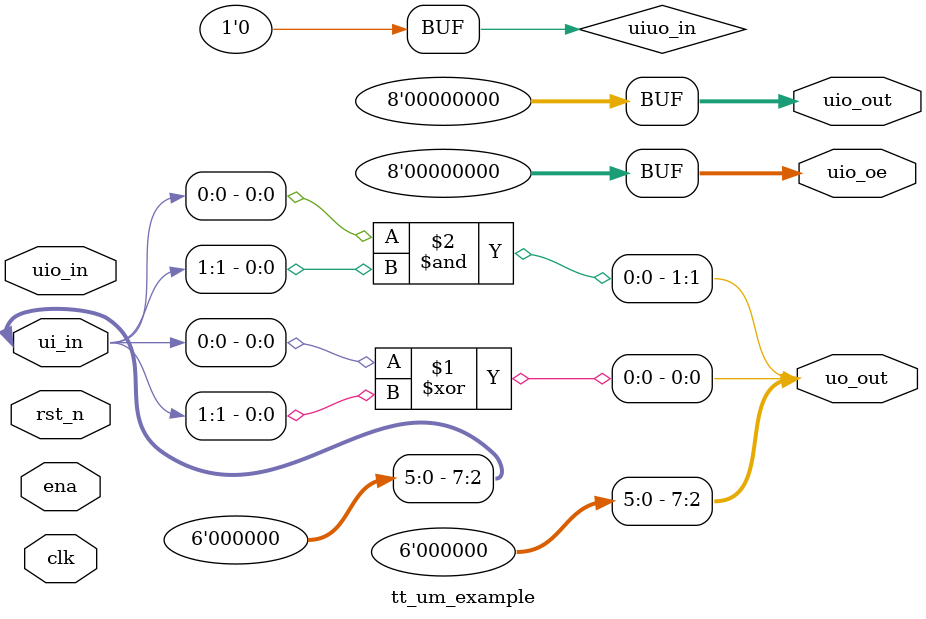
<source format=v>
/*
 * Copyright (c) 2024 Your Name
 * SPDX-License-Identifier: Apache-2.0
 */

`define default_netname none

module tt_um_example (
    input  wire [7:0] ui_in,    // Dedicated inputs
    output wire [7:0] uo_out,   // Dedicated outputs
    input  wire [7:0] uio_in,   // IOs: Input path
    output wire [7:0] uio_out,  // IOs: Output path
    output wire [7:0] uio_oe,   // IOs: Enable path (active high: 0=input, 1=output)
    input  wire       ena,      // will go high when the design is enabled
    input  wire       clk,      // clock
    input  wire       rst_n     // reset_n - low to reset
);

  // All output pins must be assigned. If not used, assign to 0.
 //assign uo_out  = ui_in + uio_in;  // Example: ou_out is the sum of ui_in and uio_in 
    assign ui_in[7:2]=6'b000000;
    assign uo_out[7:2]=6'b000000;
    assign uiuo_in=0;
    assign uio_out = 0;
  assign uio_oe  = 0;
    assign uo_out[0] = ui_in[0] ^ ui_in[1]; // assigning sum
    assign uo_out[1] = ui_in[0] & ui_in[1]; // assigning carry
endmodule

</source>
